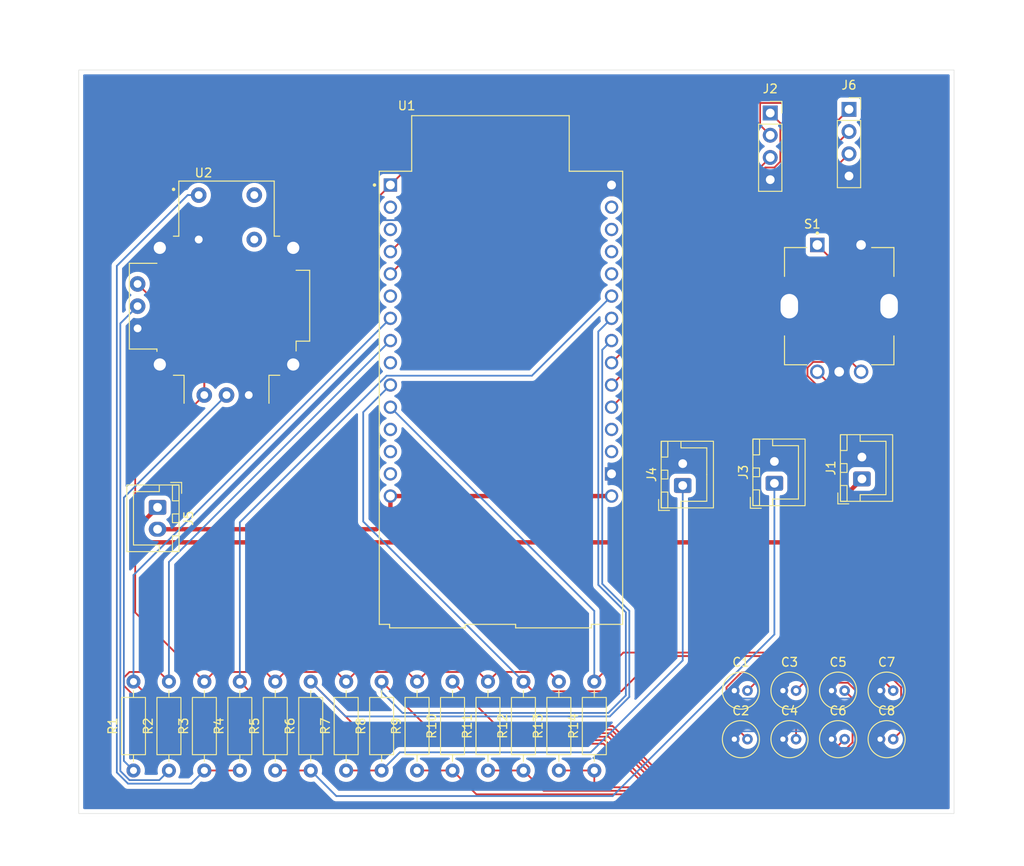
<source format=kicad_pcb>
(kicad_pcb (version 20241229) (generator "pcbnew") (generator_version "9.0")
  (layers (0 "F.Cu" signal) (2 "B.Cu" signal) (13 "F.Paste" user) (15 "B.Paste" user) (5 "F.SilkS" user "F.Silkscreen") (7 "B.SilkS" user "B.Silkscreen") (1 "F.Mask" user) (3 "B.Mask" user) (25 "Edge.Cuts" user))
  (net 0 "")
  (net 2 "/Alim_ESP")
  (net 3 "+3V3")
  (net 4 "/bouton4")
  (net 5 "/rot_A")
  (net 8 "GND")
  (net 19 "/pot_x")
  (net 20 "/pot_y")
  (net 21 "/bouton3")
  (net 22 "/B+")
  (net 23 "/CLK_ECRAN")
  (net 24 "/DIO_ECRAN")
  (net 25 "/bouton1")
  (net 26 "/bouton2")
  (net 27 "/B")
  (net 28 "/G")
  (net 29 "/R")
  (net 30 "Net-(J3-Pin_1)")
  (net 31 "Net-(J4-Pin_1)")
  (net 32 "Net-(U2-H)")
  (net 33 "Net-(U2-V)")
  (net 34 "Net-(U2-SEL+)")
  (net 35 "/rot_B")
  (net 36 "Net-(R10-Pad1)")
  (net 37 "Net-(R11-Pad1)")
  (net 38 "Net-(R13-Pad1)")
  (footprint "ESP32-C6-DEVKITC-1-N8:MODULE_ESP32-C6-DEVKITC-1-N8" (layer "F.Cu") (at 145.5355 100.975)
    (property "Reference" "U1" (at -9.575 -33.385 0) (layer "F.SilkS"))
    (property "Value" "ESP32-C6-DEVKITC-1-N8")
    (pad "J1_1" thru_hole rect (at -11.43 -24.325) (size 1.524 1.524) (drill 1.016) (layers "*.Cu" "*.Mask") (net 3 "+3V3"))
    (pad "J1_2" thru_hole circle (at -11.43 -21.785) (size 1.524 1.524) (drill 1.016) (layers "*.Cu" "*.Mask"))
    (pad "J1_3" thru_hole circle (at -11.43 -19.245) (size 1.524 1.524) (drill 1.016) (layers "*.Cu" "*.Mask"))
    (pad "J1_4" thru_hole circle (at -11.43 -16.705) (size 1.524 1.524) (drill 1.016) (layers "*.Cu" "*.Mask") (net 23 "/CLK_ECRAN"))
    (pad "J1_5" thru_hole circle (at -11.43 -14.165) (size 1.524 1.524) (drill 1.016) (layers "*.Cu" "*.Mask") (net 24 "/DIO_ECRAN"))
    (pad "J1_6" thru_hole circle (at -11.43 -11.625) (size 1.524 1.524) (drill 1.016) (layers "*.Cu" "*.Mask"))
    (pad "J1_7" thru_hole circle (at -11.43 -9.085) (size 1.524 1.524) (drill 1.016) (layers "*.Cu" "*.Mask") (net 20 "/pot_y"))
    (pad "J1_8" thru_hole circle (at -11.43 -6.545) (size 1.524 1.524) (drill 1.016) (layers "*.Cu" "*.Mask") (net 19 "/pot_x"))
    (pad "J1_9" thru_hole circle (at -11.43 -4.005) (size 1.524 1.524) (drill 1.016) (layers "*.Cu" "*.Mask"))
    (pad "J1_10" thru_hole circle (at -11.43 -1.465) (size 1.524 1.524) (drill 1.016) (layers "*.Cu" "*.Mask") (net 5 "/rot_A"))
    (pad "J1_11" thru_hole circle (at -11.43 1.075) (size 1.524 1.524) (drill 1.016) (layers "*.Cu" "*.Mask") (net 35 "/rot_B"))
    (pad "J1_12" thru_hole circle (at -11.43 3.615) (size 1.524 1.524) (drill 1.016) (layers "*.Cu" "*.Mask"))
    (pad "J1_13" thru_hole circle (at -11.43 6.155) (size 1.524 1.524) (drill 1.016) (layers "*.Cu" "*.Mask"))
    (pad "J1_14" thru_hole circle (at -11.43 8.695) (size 1.524 1.524) (drill 1.016) (layers "*.Cu" "*.Mask"))
    (pad "J1_15" thru_hole circle (at -11.43 11.235) (size 1.524 1.524) (drill 1.016) (layers "*.Cu" "*.Mask") (net 2 "/Alim_ESP"))
    (pad "J3_1" thru_hole rect (at 13.834 -24.325) (size 1.524 1.524) (drill 1.016) (layers "*.Cu" "*.Mask") (net 8 "GND"))
    (pad "J3_2" thru_hole circle (at 13.834 -21.785) (size 1.524 1.524) (drill 1.016) (layers "*.Cu" "*.Mask"))
    (pad "J3_3" thru_hole circle (at 13.834 -19.245) (size 1.524 1.524) (drill 1.016) (layers "*.Cu" "*.Mask"))
    (pad "J3_4" thru_hole circle (at 13.834 -16.705) (size 1.524 1.524) (drill 1.016) (layers "*.Cu" "*.Mask"))
    (pad "J3_5" thru_hole circle (at 13.834 -14.165) (size 1.524 1.524) (drill 1.016) (layers "*.Cu" "*.Mask"))
    (pad "J3_6" thru_hole circle (at 13.834 -11.625) (size 1.524 1.524) (drill 1.016) (layers "*.Cu" "*.Mask") (net 21 "/bouton3"))
    (pad "J3_7" thru_hole circle (at 13.834 -9.085) (size 1.524 1.524) (drill 1.016) (layers "*.Cu" "*.Mask") (net 26 "/bouton2"))
    (pad "J3_8" thru_hole circle (at 13.834 -6.545) (size 1.524 1.524) (drill 1.016) (layers "*.Cu" "*.Mask") (net 25 "/bouton1"))
    (pad "J3_9" thru_hole circle (at 13.834 -4.005) (size 1.524 1.524) (drill 1.016) (layers "*.Cu" "*.Mask") (net 29 "/R"))
    (pad "J3_10" thru_hole circle (at 13.834 -1.465) (size 1.524 1.524) (drill 1.016) (layers "*.Cu" "*.Mask") (net 28 "/G"))
    (pad "J3_11" thru_hole circle (at 13.834 1.075) (size 1.524 1.524) (drill 1.016) (layers "*.Cu" "*.Mask") (net 27 "/B"))
    (pad "J3_12" thru_hole circle (at 13.834 3.615) (size 1.524 1.524) (drill 1.016) (layers "*.Cu" "*.Mask"))
    (pad "J3_13" thru_hole circle (at 13.834 6.155) (size 1.524 1.524) (drill 1.016) (layers "*.Cu" "*.Mask"))
    (pad "J3_14" thru_hole rect (at 13.834 8.695) (size 1.524 1.524) (drill 1.016) (layers "*.Cu" "*.Mask") (net 8 "GND"))
    (pad "J3_15" thru_hole circle (at 13.834 11.235) (size 1.524 1.524) (drill 1.016) (layers "*.Cu" "*.Mask") (net 2 "/Alim_ESP"))
  )
  (footprint "Resistor_THT:R_Axial_DIN0207_L6.3mm_D2.5mm_P10.16mm_Horizontal" (layer "F.Cu") (at 153.35 143.58 90)
    (property "Reference" "R13" (at 5.08 -2.37 90) (layer "F.SilkS"))
    (property "Value" "10 kΩ")
    (pad "1" thru_hole circle (at 0 0 90) (size 1.6 1.6) (drill 0.8) (layers "*.Cu" "*.Mask") (net 38 "Net-(R13-Pad1)"))
    (pad "2" thru_hole circle (at 10.16 0 90) (size 1.6 1.6) (drill 0.8) (layers "*.Cu" "*.Mask") (net 3 "+3V3"))
  )
  (footprint "COM-09032:XDCR_COM-09032" (layer "F.Cu") (at 115.38 90.5)
    (property "Reference" "U2" (at -2.625 -15.235 0) (layer "F.SilkS"))
    (property "Value" "COM-09032")
    (pad "B1A" thru_hole circle (at -3.175 -12.7) (size 1.778 1.778) (drill 0.9) (layers "*.Cu" "*.Mask") (net 34 "Net-(U2-SEL+)"))
    (pad "B1B" thru_hole circle (at 3.175 -12.7) (size 1.778 1.778) (drill 0.9) (layers "*.Cu" "*.Mask"))
    (pad "B2A" thru_hole circle (at -3.175 -7.62) (size 1.778 1.778) (drill 0.9) (layers "*.Cu" "*.Mask") (net 8 "GND"))
    (pad "B2B" thru_hole circle (at 3.175 -7.62) (size 1.778 1.778) (drill 0.9) (layers "*.Cu" "*.Mask"))
    (pad "H1" thru_hole circle (at -2.54 10.16) (size 1.778 1.778) (drill 0.889) (layers "*.Cu" "*.Mask") (net 3 "+3V3"))
    (pad "H2" thru_hole circle (at 0 10.16) (size 1.778 1.778) (drill 0.889) (layers "*.Cu" "*.Mask") (net 32 "Net-(U2-H)"))
    (pad "H3" thru_hole circle (at 2.54 10.16) (size 1.778 1.778) (drill 0.889) (layers "*.Cu" "*.Mask") (net 8 "GND"))
    (pad "S1" thru_hole circle (at -7.62 -6.6675) (size 2.286 2.286) (drill 1.397) (layers "*.Cu" "*.Mask") (net 8 "GND"))
    (pad "S2" thru_hole circle (at -7.62 6.6675) (size 2.286 2.286) (drill 1.397) (layers "*.Cu" "*.Mask") (net 8 "GND"))
    (pad "S3" thru_hole circle (at 7.62 6.6675) (size 2.286 2.286) (drill 1.397) (layers "*.Cu" "*.Mask") (net 8 "GND"))
    (pad "S4" thru_hole circle (at 7.62 -6.6675) (size 2.286 2.286) (drill 1.397) (layers "*.Cu" "*.Mask") (net 8 "GND"))
    (pad "V1" thru_hole circle (at -10.16 -2.54) (size 1.778 1.778) (drill 0.889) (layers "*.Cu" "*.Mask") (net 3 "+3V3"))
    (pad "V2" thru_hole circle (at -10.16 0) (size 1.778 1.778) (drill 0.889) (layers "*.Cu" "*.Mask") (net 33 "Net-(U2-V)"))
    (pad "V3" thru_hole circle (at -10.16 2.54) (size 1.778 1.778) (drill 0.889) (layers "*.Cu" "*.Mask") (net 8 "GND"))
  )
  (footprint "Resistor_THT:R_Axial_DIN0207_L6.3mm_D2.5mm_P10.16mm_Horizontal" (layer "F.Cu") (at 129.05 143.58 90)
    (property "Reference" "R7" (at 5.08 -2.37 90) (layer "F.SilkS"))
    (property "Value" "10 kΩ")
    (pad "1" thru_hole circle (at 0 0 90) (size 1.6 1.6) (drill 0.8) (layers "*.Cu" "*.Mask") (net 31 "Net-(J4-Pin_1)"))
    (pad "2" thru_hole circle (at 10.16 0 90) (size 1.6 1.6) (drill 0.8) (layers "*.Cu" "*.Mask") (net 3 "+3V3"))
  )
  (footprint "Capacitor_THT:C_Radial_D4.0mm_H7.0mm_P1.50mm" (layer "F.Cu") (at 184.5 134.45)
    (property "Reference" "C5" (at 0.75 -3.25 0) (layer "F.SilkS"))
    (property "Value" "100 nf")
    (pad "1" thru_hole circle (at 0 0) (size 1.2 1.2) (drill 0.6) (layers "*.Cu" "*.Mask") (net 8 "GND"))
    (pad "2" thru_hole circle (at 1.5 0) (size 1.2 1.2) (drill 0.6) (layers "*.Cu" "*.Mask") (net 26 "/bouton2"))
  )
  (footprint "Resistor_THT:R_Axial_DIN0207_L6.3mm_D2.5mm_P10.16mm_Horizontal" (layer "F.Cu") (at 149.3 143.58 90)
    (property "Reference" "R12" (at 5.08 -2.37 90) (layer "F.SilkS"))
    (property "Value" "10 kΩ")
    (pad "1" thru_hole circle (at 0 0 90) (size 1.6 1.6) (drill 0.8) (layers "*.Cu" "*.Mask") (net 37 "Net-(R11-Pad1)"))
    (pad "2" thru_hole circle (at 10.16 0 90) (size 1.6 1.6) (drill 0.8) (layers "*.Cu" "*.Mask") (net 5 "/rot_A"))
  )
  (footprint "Resistor_THT:R_Axial_DIN0207_L6.3mm_D2.5mm_P10.16mm_Horizontal" (layer "F.Cu") (at 145.25 143.58 90)
    (property "Reference" "R11" (at 5.08 -2.37 90) (layer "F.SilkS"))
    (property "Value" "10 kΩ")
    (pad "1" thru_hole circle (at 0 0 90) (size 1.6 1.6) (drill 0.8) (layers "*.Cu" "*.Mask") (net 37 "Net-(R11-Pad1)"))
    (pad "2" thru_hole circle (at 10.16 0 90) (size 1.6 1.6) (drill 0.8) (layers "*.Cu" "*.Mask") (net 3 "+3V3"))
  )
  (footprint "Capacitor_THT:C_Radial_D4.0mm_H7.0mm_P1.50mm" (layer "F.Cu") (at 184.5 140)
    (property "Reference" "C6" (at 0.75 -3.25 0) (layer "F.SilkS"))
    (property "Value" "100 nf")
    (pad "1" thru_hole circle (at 0 0) (size 1.2 1.2) (drill 0.6) (layers "*.Cu" "*.Mask") (net 8 "GND"))
    (pad "2" thru_hole circle (at 1.5 0) (size 1.2 1.2) (drill 0.6) (layers "*.Cu" "*.Mask") (net 4 "/bouton4"))
  )
  (footprint "Connector_JST:JST_XH_B2B-XH-A_1x02_P2.50mm_Vertical" (layer "F.Cu") (at 107.5 113.5 -90)
    (property "Reference" "J5" (at 1.25 -3.55 90) (layer "F.SilkS"))
    (property "Value" "interrupteur")
    (pad "1" thru_hole roundrect (at 0 0 270) (size 1.7 2) (drill 1) (layers "*.Cu" "*.Mask") (roundrect_rratio 0.147059) (net 22 "/B+"))
    (pad "2" thru_hole oval (at 2.5 0 270) (size 1.7 2) (drill 1) (layers "*.Cu" "*.Mask") (net 2 "/Alim_ESP"))
  )
  (footprint "Capacitor_THT:C_Radial_D4.0mm_H7.0mm_P1.50mm" (layer "F.Cu") (at 173.4 140)
    (property "Reference" "C2" (at 0.75 -3.25 0) (layer "F.SilkS"))
    (property "Value" "100 nf")
    (pad "1" thru_hole circle (at 0 0) (size 1.2 1.2) (drill 0.6) (layers "*.Cu" "*.Mask") (net 8 "GND"))
    (pad "2" thru_hole circle (at 1.5 0) (size 1.2 1.2) (drill 0.6) (layers "*.Cu" "*.Mask") (net 19 "/pot_x"))
  )
  (footprint "Capacitor_THT:C_Radial_D4.0mm_H7.0mm_P1.50mm" (layer "F.Cu") (at 178.95 134.45)
    (property "Reference" "C3" (at 0.75 -3.25 0) (layer "F.SilkS"))
    (property "Value" "100 nf")
    (pad "1" thru_hole circle (at 0 0) (size 1.2 1.2) (drill 0.6) (layers "*.Cu" "*.Mask") (net 8 "GND"))
    (pad "2" thru_hole circle (at 1.5 0) (size 1.2 1.2) (drill 0.6) (layers "*.Cu" "*.Mask") (net 21 "/bouton3"))
  )
  (footprint "Resistor_THT:R_Axial_DIN0207_L6.3mm_D2.5mm_P10.16mm_Horizontal" (layer "F.Cu") (at 104.75 143.58 90)
    (property "Reference" "R1" (at 5.08 -2.37 90) (layer "F.SilkS"))
    (property "Value" "4.7 kΩ")
    (pad "1" thru_hole circle (at 0 0 90) (size 1.6 1.6) (drill 0.8) (layers "*.Cu" "*.Mask") (net 32 "Net-(U2-H)"))
    (pad "2" thru_hole circle (at 10.16 0 90) (size 1.6 1.6) (drill 0.8) (layers "*.Cu" "*.Mask") (net 20 "/pot_y"))
  )
  (footprint "Connector_JST:JST_XH_B2B-XH-A_1x02_P2.50mm_Vertical" (layer "F.Cu") (at 177.975 110.75 90)
    (property "Reference" "J3" (at 1.25 -3.55 90) (layer "F.SilkS"))
    (property "Value" "bouton1")
    (pad "1" thru_hole roundrect (at 0 0 90) (size 1.7 2) (drill 1) (layers "*.Cu" "*.Mask") (roundrect_rratio 0.147059) (net 30 "Net-(J3-Pin_1)"))
    (pad "2" thru_hole oval (at 2.5 0 90) (size 1.7 2) (drill 1) (layers "*.Cu" "*.Mask") (net 8 "GND"))
  )
  (footprint "Resistor_THT:R_Axial_DIN0207_L6.3mm_D2.5mm_P10.16mm_Horizontal" (layer "F.Cu") (at 112.85 143.58 90)
    (property "Reference" "R3" (at 5.08 -2.37 90) (layer "F.SilkS"))
    (property "Value" "10 kΩ")
    (pad "1" thru_hole circle (at 0 0 90) (size 1.6 1.6) (drill 0.8) (layers "*.Cu" "*.Mask") (net 34 "Net-(U2-SEL+)"))
    (pad "2" thru_hole circle (at 10.16 0 90) (size 1.6 1.6) (drill 0.8) (layers "*.Cu" "*.Mask") (net 3 "+3V3"))
  )
  (footprint "Resistor_THT:R_Axial_DIN0207_L6.3mm_D2.5mm_P10.16mm_Horizontal" (layer "F.Cu") (at 125 143.58 90)
    (property "Reference" "R6" (at 5.08 -2.37 90) (layer "F.SilkS"))
    (property "Value" "10 kΩ")
    (pad "1" thru_hole circle (at 0 0 90) (size 1.6 1.6) (drill 0.8) (layers "*.Cu" "*.Mask") (net 30 "Net-(J3-Pin_1)"))
    (pad "2" thru_hole circle (at 10.16 0 90) (size 1.6 1.6) (drill 0.8) (layers "*.Cu" "*.Mask") (net 25 "/bouton1"))
  )
  (footprint "Resistor_THT:R_Axial_DIN0207_L6.3mm_D2.5mm_P10.16mm_Horizontal" (layer "F.Cu") (at 141.2 143.58 90)
    (property "Reference" "R10" (at 5.08 -2.37 90) (layer "F.SilkS"))
    (property "Value" "10 kΩ")
    (pad "1" thru_hole circle (at 0 0 90) (size 1.6 1.6) (drill 0.8) (layers "*.Cu" "*.Mask") (net 36 "Net-(R10-Pad1)"))
    (pad "2" thru_hole circle (at 10.16 0 90) (size 1.6 1.6) (drill 0.8) (layers "*.Cu" "*.Mask") (net 4 "/bouton4"))
  )
  (footprint "Resistor_THT:R_Axial_DIN0207_L6.3mm_D2.5mm_P10.16mm_Horizontal" (layer "F.Cu") (at 108.8 143.58 90)
    (property "Reference" "R2" (at 5.08 -2.37 90) (layer "F.SilkS"))
    (property "Value" "4.7 kΩ")
    (pad "1" thru_hole circle (at 0 0 90) (size 1.6 1.6) (drill 0.8) (layers "*.Cu" "*.Mask") (net 33 "Net-(U2-V)"))
    (pad "2" thru_hole circle (at 10.16 0 90) (size 1.6 1.6) (drill 0.8) (layers "*.Cu" "*.Mask") (net 19 "/pot_x"))
  )
  (footprint "Resistor_THT:R_Axial_DIN0207_L6.3mm_D2.5mm_P10.16mm_Horizontal" (layer "F.Cu") (at 120.95 143.58 90)
    (property "Reference" "R5" (at 5.08 -2.37 90) (layer "F.SilkS"))
    (property "Value" "10 kΩ")
    (pad "1" thru_hole circle (at 0 0 90) (size 1.6 1.6) (drill 0.8) (layers "*.Cu" "*.Mask") (net 30 "Net-(J3-Pin_1)"))
    (pad "2" thru_hole circle (at 10.16 0 90) (size 1.6 1.6) (drill 0.8) (layers "*.Cu" "*.Mask") (net 3 "+3V3"))
  )
  (footprint "Capacitor_THT:C_Radial_D4.0mm_H7.0mm_P1.50mm" (layer "F.Cu") (at 190.05 140)
    (property "Reference" "C8" (at 0.75 -3.25 0) (layer "F.SilkS"))
    (property "Value" "100 nf")
    (pad "1" thru_hole circle (at 0 0) (size 1.2 1.2) (drill 0.6) (layers "*.Cu" "*.Mask") (net 8 "GND"))
    (pad "2" thru_hole circle (at 1.5 0) (size 1.2 1.2) (drill 0.6) (layers "*.Cu" "*.Mask") (net 35 "/rot_B"))
  )
  (footprint "Capacitor_THT:C_Radial_D4.0mm_H7.0mm_P1.50mm" (layer "F.Cu") (at 173.4 134.45)
    (property "Reference" "C1" (at 0.75 -3.25 0) (layer "F.SilkS"))
    (property "Value" "100 nf")
    (pad "1" thru_hole circle (at 0 0) (size 1.2 1.2) (drill 0.6) (layers "*.Cu" "*.Mask") (net 8 "GND"))
    (pad "2" thru_hole circle (at 1.5 0) (size 1.2 1.2) (drill 0.6) (layers "*.Cu" "*.Mask") (net 20 "/pot_y"))
  )
  (footprint "Capacitor_THT:C_Radial_D4.0mm_H7.0mm_P1.50mm" (layer "F.Cu") (at 190.05 134.45)
    (property "Reference" "C7" (at 0.75 -3.25 0) (layer "F.SilkS"))
    (property "Value" "100 nf")
    (pad "1" thru_hole circle (at 0 0) (size 1.2 1.2) (drill 0.6) (layers "*.Cu" "*.Mask") (net 8 "GND"))
    (pad "2" thru_hole circle (at 1.5 0) (size 1.2 1.2) (drill 0.6) (layers "*.Cu" "*.Mask") (net 5 "/rot_A"))
  )
  (footprint "Resistor_THT:R_Axial_DIN0207_L6.3mm_D2.5mm_P10.16mm_Horizontal" (layer "F.Cu") (at 133.1 143.58 90)
    (property "Reference" "R8" (at 5.08 -2.37 90) (layer "F.SilkS"))
    (property "Value" "10 kΩ")
    (pad "1" thru_hole circle (at 0 0 90) (size 1.6 1.6) (drill 0.8) (layers "*.Cu" "*.Mask") (net 31 "Net-(J4-Pin_1)"))
    (pad "2" thru_hole circle (at 10.16 0 90) (size 1.6 1.6) (drill 0.8) (layers "*.Cu" "*.Mask") (net 26 "/bouton2"))
  )
  (footprint "PEC11R-4020F-S0024:XDCR_PEC11R-4020F-S0024" (layer "F.Cu") (at 185.38 90.5)
    (property "Reference" "S1" (at -3.075 -9.385 0) (layer "F.SilkS"))
    (property "Value" "PEC11R-4020F-S0024")
    (pad "1" thru_hole rect (at -2.5 -7) (size 1.65 1.65) (drill 1.1) (layers "*.Cu" "*.Mask") (net 36 "Net-(R10-Pad1)"))
    (pad "2" thru_hole circle (at 2.5 -7) (size 1.65 1.65) (drill 1.1) (layers "*.Cu" "*.Mask") (net 8 "GND"))
    (pad "A" thru_hole circle (at -2.5 7.5) (size 1.65 1.65) (drill 1.1) (layers "*.Cu" "*.Mask") (net 37 "Net-(R11-Pad1)"))
    (pad "B" thru_hole circle (at 2.5 7.5) (size 1.65 1.65) (drill 1.1) (layers "*.Cu" "*.Mask") (net 38 "Net-(R13-Pad1)"))
    (pad "C" thru_hole circle (at 0 7.5) (size 1.65 1.65) (drill 1.1) (layers "*.Cu" "*.Mask") (net 8 "GND"))
    (pad "SH1" thru_hole oval (at -5.7 0) (size 3 6) (drill oval 2 2.8) (layers "*.Cu" "*.Mask") (net 8 "GND"))
    (pad "SH2" thru_hole oval (at 5.7 0) (size 3 6) (drill oval 2 2.8) (layers "*.Cu" "*.Mask") (net 8 "GND"))
  )
  (footprint "Connector_JST:JST_XH_B2B-XH-A_1x02_P2.50mm_Vertical" (layer "F.Cu") (at 187.975 110.25 90)
    (property "Reference" "J1" (at 1.25 -3.55 90) (layer "F.SilkS"))
    (property "Value" "batterie")
    (pad "1" thru_hole roundrect (at 0 0 90) (size 1.7 2) (drill 1) (layers "*.Cu" "*.Mask") (roundrect_rratio 0.147059) (net 22 "/B+"))
    (pad "2" thru_hole oval (at 2.5 0 90) (size 1.7 2) (drill 1) (layers "*.Cu" "*.Mask") (net 8 "GND"))
  )
  (footprint "Resistor_THT:R_Axial_DIN0207_L6.3mm_D2.5mm_P10.16mm_Horizontal" (layer "F.Cu") (at 137.15 143.58 90)
    (property "Reference" "R9" (at 5.08 -2.37 90) (layer "F.SilkS"))
    (property "Value" "10 kΩ")
    (pad "1" thru_hole circle (at 0 0 90) (size 1.6 1.6) (drill 0.8) (layers "*.Cu" "*.Mask") (net 36 "Net-(R10-Pad1)"))
    (pad "2" thru_hole circle (at 10.16 0 90) (size 1.6 1.6) (drill 0.8) (layers "*.Cu" "*.Mask") (net 3 "+3V3"))
  )
  (footprint "Resistor_THT:R_Axial_DIN0207_L6.3mm_D2.5mm_P10.16mm_Horizontal" (layer "F.Cu") (at 116.9 143.58 90)
    (property "Reference" "R4" (at 5.08 -2.37 90) (layer "F.SilkS"))
    (property "Value" "10 kΩ")
    (pad "1" thru_hole circle (at 0 0 90) (size 1.6 1.6) (drill 0.8) (layers "*.Cu" "*.Mask") (net 34 "Net-(U2-SEL+)"))
    (pad "2" thru_hole circle (at 10.16 0 90) (size 1.6 1.6) (drill 0.8) (layers "*.Cu" "*.Mask") (net 21 "/bouton3"))
  )
  (footprint "Connector_PinSocket_2.54mm:PinSocket_1x04_P2.54mm_Vertical" (layer "F.Cu") (at 186.5 68)
    (property "Reference" "J6" (at 0 -2.77 0) (layer "F.SilkS"))
    (property "Value" "RGB")
    (pad "1" thru_hole rect (at 0 0) (size 1.7 1.7) (drill 1) (layers "*.Cu" "*.Mask") (net 29 "/R"))
    (pad "2" thru_hole circle (at 0 2.54) (size 1.7 1.7) (drill 1) (layers "*.Cu" "*.Mask") (net 28 "/G"))
    (pad "3" thru_hole circle (at 0 5.08) (size 1.7 1.7) (drill 1) (layers "*.Cu" "*.Mask") (net 27 "/B"))
    (pad "4" thru_hole circle (at 0 7.62) (size 1.7 1.7) (drill 1) (layers "*.Cu" "*.Mask") (net 8 "GND"))
  )
  (footprint "Capacitor_THT:C_Radial_D4.0mm_H7.0mm_P1.50mm" (layer "F.Cu") (at 178.95 140)
    (property "Reference" "C4" (at 0.75 -3.25 0) (layer "F.SilkS"))
    (property "Value" "100 nf")
    (pad "1" thru_hole circle (at 0 0) (size 1.2 1.2) (drill 0.6) (layers "*.Cu" "*.Mask") (net 8 "GND"))
    (pad "2" thru_hole circle (at 1.5 0) (size 1.2 1.2) (drill 0.6) (layers "*.Cu" "*.Mask") (net 25 "/bouton1"))
  )
  (footprint "Connector_JST:JST_XH_B2B-XH-A_1x02_P2.50mm_Vertical" (layer "F.Cu") (at 167.5 111 90)
    (property "Reference" "J4" (at 1.25 -3.55 90) (layer "F.SilkS"))
    (property "Value" "bouton2")
    (pad "1" thru_hole roundrect (at 0 0 90) (size 1.7 2) (drill 1) (layers "*.Cu" "*.Mask") (roundrect_rratio 0.147059) (net 31 "Net-(J4-Pin_1)"))
    (pad "2" thru_hole oval (at 2.5 0 90) (size 1.7 2) (drill 1) (layers "*.Cu" "*.Mask") (net 8 "GND"))
  )
  (footprint "Resistor_THT:R_Axial_DIN0207_L6.3mm_D2.5mm_P10.16mm_Horizontal" (layer "F.Cu") (at 157.4 143.58 90)
    (property "Reference" "R14" (at 5.08 -2.37 90) (layer "F.SilkS"))
    (property "Value" "10 kΩ")
    (pad "1" thru_hole circle (at 0 0 90) (size 1.6 1.6) (drill 0.8) (layers "*.Cu" "*.Mask") (net 38 "Net-(R13-Pad1)"))
    (pad "2" thru_hole circle (at 10.16 0 90) (size 1.6 1.6) (drill 0.8) (layers "*.Cu" "*.Mask") (net 35 "/rot_B"))
  )
  (footprint "Connector_PinSocket_2.54mm:PinSocket_1x04_P2.54mm_Vertical" (layer "F.Cu") (at 177.5 68.42)
    (property "Reference" "J2" (at 0 -2.77 0) (layer "F.SilkS"))
    (property "Value" "Ecran 7 segments")
    (pad "1" thru_hole rect (at 0 0) (size 1.7 1.7) (drill 1) (layers "*.Cu" "*.Mask") (net 23 "/CLK_ECRAN"))
    (pad "2" thru_hole circle (at 0 2.54) (size 1.7 1.7) (drill 1) (layers "*.Cu" "*.Mask") (net 24 "/DIO_ECRAN"))
    (pad "3" thru_hole circle (at 0 5.08) (size 1.7 1.7) (drill 1) (layers "*.Cu" "*.Mask") (net 3 "+3V3"))
    (pad "4" thru_hole circle (at 0 7.62) (size 1.7 1.7) (drill 1) (layers "*.Cu" "*.Mask") (net 8 "GND"))
  )
  (gr_rect (start 98.5 63.5) (end 198.5 148.5) (stroke (width 0.05)) (fill no) (layer "Edge.Cuts"))
  (segment (start 107.5 116) (end 132.5 116) (width 0.5) (layer "F.Cu") (net 2))
  (segment (start 134.1055 114.3945) (end 134.1055 112.21) (width 0.5) (layer "F.Cu") (net 2))
  (segment (start 134.1055 112.21) (end 159.3695 112.21) (width 0.5) (layer "F.Cu") (net 2))
  (segment (start 132.5 116) (end 134.1055 114.3945) (width 0.5) (layer "F.Cu") (net 2))
  (segment (start 129.05 133.42) (end 130.151 132.319) (width 0.2) (layer "F.Cu") (net 3))
  (segment (start 146.351 132.319) (end 152.249 132.319) (width 0.2) (layer "F.Cu") (net 3))
  (segment (start 144.149 132.319) (end 145.25 133.42) (width 0.2) (layer "F.Cu") (net 3))
  (segment (start 120.95 133.42) (end 122.051 132.319) (width 0.2) (layer "F.Cu") (net 3))
  (segment (start 113.951 132.319) (end 119.849 132.319) (width 0.2) (layer "F.Cu") (net 3))
  (segment (start 127.949 132.319) (end 129.05 133.42) (width 0.2) (layer "F.Cu") (net 3))
  (segment (start 138.251 132.319) (end 144.149 132.319) (width 0.2) (layer "F.Cu") (net 3))
  (segment (start 112.85 133.42) (end 113.951 132.319) (width 0.2) (layer "F.Cu") (net 3))
  (segment (start 112.84 100.66) (end 104.949 108.551) (width 0.2) (layer "F.Cu") (net 3))
  (segment (start 176.111 74.889) (end 177.5 73.5) (width 0.2) (layer "F.Cu") (net 3))
  (segment (start 122.051 132.319) (end 127.949 132.319) (width 0.2) (layer "F.Cu") (net 3))
  (segment (start 135.8665 74.889) (end 176.111 74.889) (width 0.2) (layer "F.Cu") (net 3))
  (segment (start 104.949 108.551) (end 104.949 125.519) (width 0.2) (layer "F.Cu") (net 3))
  (segment (start 134.1055 76.65) (end 135.8665 74.889) (width 0.2) (layer "F.Cu") (net 3))
  (segment (start 112.84 100.66) (end 112.84 97.9155) (width 0.2) (layer "F.Cu") (net 3))
  (segment (start 145.25 133.42) (end 146.351 132.319) (width 0.2) (layer "F.Cu") (net 3))
  (segment (start 119.849 132.319) (end 120.95 133.42) (width 0.2) (layer "F.Cu") (net 3))
  (segment (start 112.84 95.58) (end 112.84 100.66) (width 0.2) (layer "F.Cu") (net 3))
  (segment (start 137.15 133.42) (end 138.251 132.319) (width 0.2) (layer "F.Cu") (net 3))
  (segment (start 112.84 97.9155) (end 134.1055 76.65) (width 0.2) (layer "F.Cu") (net 3))
  (segment (start 105.22 87.96) (end 112.84 95.58) (width 0.2) (layer "F.Cu") (net 3))
  (segment (start 130.151 132.319) (end 136.049 132.319) (width 0.2) (layer "F.Cu") (net 3))
  (segment (start 136.049 132.319) (end 137.15 133.42) (width 0.2) (layer "F.Cu") (net 3))
  (segment (start 152.249 132.319) (end 153.35 133.42) (width 0.2) (layer "F.Cu") (net 3))
  (segment (start 104.949 125.519) (end 112.85 133.42) (width 0.2) (layer "F.Cu") (net 3))
  (segment (start 183 143) (end 186 140) (width 0.2) (layer "F.Cu") (net 4))
  (segment (start 164 143) (end 183 143) (width 0.2) (layer "F.Cu") (net 4))
  (segment (start 141.2 133.42) (end 146.28 138.5) (width 0.2) (layer "F.Cu") (net 4))
  (segment (start 159.5 138.5) (end 164 143) (width 0.2) (layer "F.Cu") (net 4))
  (segment (start 146.28 138.5) (end 159.5 138.5) (width 0.2) (layer "F.Cu") (net 4))
  (segment (start 160.479 134.521) (end 150.401 134.521) (width 0.2) (layer "F.Cu") (net 5))
  (segment (start 164.5 130.5) (end 160.479 134.521) (width 0.2) (layer "F.Cu") (net 5))
  (segment (start 191.55 134.45) (end 187.6 130.5) (width 0.2) (layer "F.Cu") (net 5))
  (segment (start 150.401 134.521) (end 149.3 133.42) (width 0.2) (layer "F.Cu") (net 5))
  (segment (start 187.6 130.5) (end 164.5 130.5) (width 0.2) (layer "F.Cu") (net 5))
  (segment (start 131 102.6155) (end 134.1055 99.51) (width 0.2) (layer "B.Cu") (net 5))
  (segment (start 131 115.12) (end 131 102.6155) (width 0.2) (layer "B.Cu") (net 5))
  (segment (start 149.3 133.42) (end 131 115.12) (width 0.2) (layer "B.Cu") (net 5))
  (segment (start 185.38 98) (end 185.38 105.155) (width 0.2) (layer "B.Cu") (net 8))
  (segment (start 159.3695 76.65) (end 155.3525 80.667) (width 0.2) (layer "B.Cu") (net 8))
  (segment (start 160.5395 108.5) (end 159.3695 109.67) (width 0.2) (layer "B.Cu") (net 8))
  (segment (start 177.975 108.25) (end 177.25 108.25) (width 0.2) (layer "B.Cu") (net 8))
  (segment (start 174.301 139.099) (end 178.049 139.099) (width 0.2) (layer "B.Cu") (net 8))
  (segment (start 178.95 134.45) (end 178.049 135.351) (width 0.2) (layer "B.Cu") (net 8))
  (segment (start 173.4 134.45) (end 173.4 140) (width 0.2) (layer "B.Cu") (net 8))
  (segment (start 190.05 134.45) (end 189.149 135.351) (width 0.2) (layer "B.Cu") (net 8))
  (segment (start 187.975 107.75) (end 178.475 107.75) (width 0.2) (layer "B.Cu") (net 8))
  (segment (start 177.5 76.04) (end 159.9795 76.04) (width 0.2) (layer "B.Cu") (net 8))
  (segment (start 119.5075 100.66) (end 123 97.1675) (width 0.2) (layer "B.Cu") (net 8))
  (segment (start 179.55 133.85) (end 178.95 134.45) (width 0.2) (layer "B.Cu") (net 8))
  (segment (start 191.08 86.7) (end 187.88 83.5) (width 0.2) (layer "B.Cu") (net 8))
  (segment (start 159.9795 76.04) (end 159.3695 76.65) (width 0.2) (layer "B.Cu") (net 8))
  (segment (start 105.22 93.04) (end 105.22 94.6275) (width 0.2) (layer "B.Cu") (net 8))
  (segment (start 186.08 76.04) (end 186.5 75.62) (width 0.2) (layer "B.Cu") (net 8))
  (segment (start 178.475 107.75) (end 177.975 108.25) (width 0.2) (layer "B.Cu") (net 8))
  (segment (start 177.5 76.04) (end 186.08 76.04) (width 0.2) (layer "B.Cu") (net 8))
  (segment (start 190.05 140) (end 190.05 134.45) (width 0.2) (layer "B.Cu") (net 8))
  (segment (start 179.55 109.825) (end 179.55 133.85) (width 0.2) (layer "B.Cu") (net 8))
  (segment (start 185.5 141) (end 189.05 141) (width 0.2) (layer "B.Cu") (net 8))
  (segment (start 189.149 135.351) (end 185.401 135.351) (width 0.2) (layer "B.Cu") (net 8))
  (segment (start 187.88 83.5) (end 187.88 77) (width 0.2) (layer "B.Cu") (net 8))
  (segment (start 123 83.8325) (end 121.857 84.9755) (width 0.2) (layer "B.Cu") (net 8))
  (segment (start 177.25 108.25) (end 177 108.5) (width 0.2) (layer "B.Cu") (net 8))
  (segment (start 185.401 135.351) (end 184.5 134.45) (width 0.2) (layer "B.Cu") (net 8))
  (segment (start 185.38 96.2) (end 185.38 98) (width 0.2) (layer "B.Cu") (net 8))
  (segment (start 173.4 140) (end 174.301 139.099) (width 0.2) (layer "B.Cu") (net 8))
  (segment (start 185.38 105.155) (end 187.975 107.75) (width 0.2) (layer "B.Cu") (net 8))
  (segment (start 187.88 77) (end 186.5 75.62) (width 0.2) (layer "B.Cu") (net 8))
  (segment (start 183.599 139.099) (end 184.5 140) (width 0.2) (layer "B.Cu") (net 8))
  (segment (start 114.4275 97.1675) (end 117.92 100.66) (width 0.2) (layer "B.Cu") (net 8))
  (segment (start 155.3525 80.667) (end 126.1655 80.667) (width 0.2) (layer "B.Cu") (net 8))
  (segment (start 126.1655 80.667) (end 123 83.8325) (width 0.2) (layer "B.Cu") (net 8))
  (segment (start 179.68 90.5) (end 191.08 90.5) (width 0.2) (layer "B.Cu") (net 8))
  (segment (start 178.049 135.351) (end 174.301 135.351) (width 0.2) (layer "B.Cu") (net 8))
  (segment (start 191.08 90.5) (end 191.08 86.7) (width 0.2) (layer "B.Cu") (net 8))
  (segment (start 108.7125 82.88) (end 107.76 83.8325) (width 0.2) (layer "B.Cu") (net 8))
  (segment (start 184.5 140) (end 185.5 141) (width 0.2) (layer "B.Cu") (net 8))
  (segment (start 178.95 140) (end 179.851 139.099) (width 0.2) (layer "B.Cu") (net 8))
  (segment (start 191.08 90.5) (end 185.38 96.2) (width 0.2) (layer "B.Cu") (net 8))
  (segment (start 107.76 90.5) (end 105.22 93.04) (width 0.2) (layer "B.Cu") (net 8))
  (segment (start 179.851 139.099) (end 183.599 139.099) (width 0.2) (layer "B.Cu") (net 8))
  (segment (start 107.76 97.1675) (end 114.4275 97.1675) (width 0.2) (layer "B.Cu") (net 8))
  (segment (start 114.3005 84.9755) (end 112.205 82.88) (width 0.2) (layer "B.Cu") (net 8))
  (segment (start 121.857 84.9755) (end 114.3005 84.9755) (width 0.2) (layer "B.Cu") (net 8))
  (segment (start 112.205 82.88) (end 108.7125 82.88) (width 0.2) (layer "B.Cu") (net 8))
  (segment (start 177 108.5) (end 167.5 108.5) (width 0.2) (layer "B.Cu") (net 8))
  (segment (start 174.301 135.351) (end 173.4 134.45) (width 0.2) (layer "B.Cu") (net 8))
  (segment (start 105.22 94.6275) (end 107.76 97.1675) (width 0.2) (layer "B.Cu") (net 8))
  (segment (start 189.05 141) (end 190.05 140) (width 0.2) (layer "B.Cu") (net 8))
  (segment (start 167.5 108.5) (end 160.5395 108.5) (width 0.2) (layer "B.Cu") (net 8))
  (segment (start 178.049 139.099) (end 178.95 140) (width 0.2) (layer "B.Cu") (net 8))
  (segment (start 117.92 100.66) (end 119.5075 100.66) (width 0.2) (layer "B.Cu") (net 8))
  (segment (start 107.76 83.8325) (end 107.76 90.5) (width 0.2) (layer "B.Cu") (net 8))
  (segment (start 177.975 108.25) (end 179.55 109.825) (width 0.2) (layer "B.Cu") (net 8))
  (segment (start 188.505 133.979493) (end 188.505 141.037607) (width 0.2) (layer "F.Cu") (net 19))
  (segment (start 188.505 141.037607) (end 184.537607 145.005) (width 0.2) (layer "F.Cu") (net 19))
  (segment (start 134.1055 94.43) (end 133.57 94.43) (width 0.2) (layer "F.Cu") (net 19))
  (segment (start 103.649 133.87605) (end 103.649 132.96395) (width 0.2) (layer "F.Cu") (net 19))
  (segment (start 184.537607 145.005) (end 162.9379 145.005) (width 0.2) (layer "F.Cu") (net 19))
  (segment (start 162.9379 145.005) (end 158.453 140.5201) (width 0.2) (layer "F.Cu") (net 19))
  (segment (start 103.649 132.96395) (end 104.29395 132.319) (width 0.2) (layer "F.Cu") (net 19))
  (segment (start 174.229793 132.346) (end 186.871507 132.346) (width 0.2) (layer "F.Cu") (net 19))
  (segment (start 186.871507 132.346) (end 188.505 133.979493) (width 0.2) (layer "F.Cu") (net 19))
  (segment (start 133.57 94.43) (end 133.5 94.5) (width 0.2) (layer "F.Cu") (net 19))
  (segment (start 158.453 140.5201) (end 110.29305 140.5201) (width 0.2) (layer "F.Cu") (net 19))
  (segment (start 172.499 134.076793) (end 174.229793 132.346) (width 0.2) (layer "F.Cu") (net 19))
  (segment (start 172.499 137.599) (end 172.499 134.076793) (width 0.2) (layer "F.Cu") (net 19))
  (segment (start 107.699 132.319) (end 108.8 133.42) (width 0.2) (layer "F.Cu") (net 19))
  (segment (start 104.29395 132.319) (end 107.699 132.319) (width 0.2) (layer "F.Cu") (net 19))
  (segment (start 110.29305 140.5201) (end 103.649 133.87605) (width 0.2) (layer "F.Cu") (net 19))
  (segment (start 174.9 140) (end 172.499 137.599) (width 0.2) (layer "F.Cu") (net 19))
  (segment (start 108.8 119.7355) (end 134.1055 94.43) (width 0.2) (layer "B.Cu") (net 19))
  (segment (start 108.8 133.42) (end 108.8 119.7355) (width 0.2) (layer "B.Cu") (net 19))
  (segment (start 158.6191 140.1191) (end 111.4491 140.1191) (width 0.2) (layer "F.Cu") (net 20))
  (segment (start 111.4491 140.1191) (end 104.75 133.42) (width 0.2) (layer "F.Cu") (net 20))
  (segment (start 174.9 134.45) (end 176.603 132.747) (width 0.2) (layer "F.Cu") (net 20))
  (segment (start 186.705407 132.747) (end 188.104 134.145593) (width 0.2) (layer "F.Cu") (net 20))
  (segment (start 163.104 144.604) (end 158.6191 140.1191) (width 0.2) (layer "F.Cu") (net 20))
  (segment (start 176.603 132.747) (end 186.705407 132.747) (width 0.2) (layer "F.Cu") (net 20))
  (segment (start 184.371507 144.604) (end 163.104 144.604) (width 0.2) (layer "F.Cu") (net 20))
  (segment (start 188.104 140.871507) (end 184.371507 144.604) (width 0.2) (layer "F.Cu") (net 20))
  (segment (start 188.104 134.145593) (end 188.104 140.871507) (width 0.2) (layer "F.Cu") (net 20))
  (segment (start 104.75 121.2455) (end 134.1055 91.89) (width 0.2) (layer "B.Cu") (net 20))
  (segment (start 104.75 133.42) (end 104.75 121.2455) (width 0.2) (layer "B.Cu") (net 20))
  (segment (start 163.5017 144.203) (end 159.0168 139.7181) (width 0.2) (layer "F.Cu") (net 21))
  (segment (start 186.539307 133.148) (end 187.703 134.311693) (width 0.2) (layer "F.Cu") (net 21))
  (segment (start 187.703 140.705407) (end 184.205407 144.203) (width 0.2) (layer "F.Cu") (net 21))
  (segment (start 187.703 134.311693) (end 187.703 140.705407) (width 0.2) (layer "F.Cu") (net 21))
  (segment (start 184.205407 144.203) (end 163.5017 144.203) (width 0.2) (layer "F.Cu") (net 21))
  (segment (start 180.45 134.45) (end 181.752 133.148) (width 0.2) (layer "F.Cu") (net 21))
  (segment (start 159.0168 139.7181) (end 123.1981 139.7181) (width 0.2) (layer "F.Cu") (net 21))
  (segment (start 123.1981 139.7181) (end 116.9 133.42) (width 0.2) (layer "F.Cu") (net 21))
  (segment (start 181.752 133.148) (end 186.539307 133.148) (width 0.2) (layer "F.Cu") (net 21))
  (segment (start 116.9 115.21219) (end 116.9 133.42) (width 0.2) (layer "B.Cu") (net 21))
  (segment (start 159.3695 89.35) (end 150.2725 98.447) (width 0.2) (layer "B.Cu") (net 21))
  (segment (start 150.2725 98.447) (end 133.66519 98.447) (width 0.2) (layer "B.Cu") (net 21))
  (segment (start 133.66519 98.447) (end 116.9 115.21219) (width 0.2) (layer "B.Cu") (net 21))
  (segment (start 105.5 117.5) (end 105.5 115.5) (width 0.5) (layer "F.Cu") (net 22))
  (segment (start 105.5 115.5) (end 107.5 113.5) (width 0.5) (layer "F.Cu") (net 22))
  (segment (start 187.975 110.25) (end 180.725 117.5) (width 0.5) (layer "F.Cu") (net 22))
  (segment (start 180.725 117.5) (end 105.5 117.5) (width 0.5) (layer "F.Cu") (net 22))
  (segment (start 176.929 74.651) (end 177.97676 74.651) (width 0.2) (layer "F.Cu") (net 23))
  (segment (start 178.651 73.97676) (end 178.651 69.571) (width 0.2) (layer "F.Cu") (net 23))
  (segment (start 143.0855 75.29) (end 176.29 75.29) (width 0.2) (layer "F.Cu") (net 23))
  (segment (start 176.29 75.29) (end 176.929 74.651) (width 0.2) (layer "F.Cu") (net 23))
  (segment (start 134.1055 84.27) (end 143.0855 75.29) (width 0.2) (layer "F.Cu") (net 23))
  (segment (start 177.97676 74.651) (end 178.651 73.97676) (width 0.2) (layer "F.Cu") (net 23))
  (segment (start 178.651 69.571) (end 177.5 68.42) (width 0.2) (layer "F.Cu") (net 23))
  (segment (start 179.052 76.11576) (end 177.33388 77.83388) (width 0.2) (layer "F.Cu") (net 24))
  (segment (start 134.1055 86.81) (end 143.08162 77.83388) (width 0.2) (layer "F.Cu") (net 24))
  (segment (start 178.769 67.269) (end 179.052 67.552) (width 0.2) (layer "F.Cu") (net 24))
  (segment (start 177.5 70.96) (end 176.349 69.809) (width 0.2) (layer "F.Cu") (net 24))
  (segment (start 176.349 67.269) (end 178.769 67.269) (width 0.2) (layer "F.Cu") (net 24))
  (segment (start 177.33388 77.83388) (end 143.08162 77.83388) (width 0.2) (layer "F.Cu") (net 24))
  (segment (start 176.349 69.809) (end 176.349 67.269) (width 0.2) (layer "F.Cu") (net 24))
  (segment (start 179.052 67.552) (end 179.052 76.11576) (width 0.2) (layer "F.Cu") (net 24))
  (segment (start 187.302 134.477793) (end 186.373207 133.549) (width 0.2) (layer "F.Cu") (net 25))
  (segment (start 184.039307 143.802) (end 187.302 140.539307) (width 0.2) (layer "F.Cu") (net 25))
  (segment (start 130.8971 139.3171) (end 159.1829 139.3171) (width 0.2) (layer "F.Cu") (net 25))
  (segment (start 184.126793 133.549) (end 180.45 137.225793) (width 0.2) (layer "F.Cu") (net 25))
  (segment (start 125 133.42) (end 130.8971 139.3171) (width 0.2) (layer "F.Cu") (net 25))
  (segment (start 163.6678 143.802) (end 184.039307 143.802) (width 0.2) (layer "F.Cu") (net 25))
  (segment (start 186.373207 133.549) (end 184.126793 133.549) (width 0.2) (layer "F.Cu") (net 25))
  (segment (start 187.302 140.539307) (end 187.302 134.477793) (width 0.2) (layer "F.Cu") (net 25))
  (segment (start 159.1829 139.3171) (end 163.6678 143.802) (width 0.2) (layer "F.Cu") (net 25))
  (segment (start 180.45 137.225793) (end 180.45 140) (width 0.2) (layer "F.Cu") (net 25))
  (segment (start 161.401 125.3339) (end 161.401 135.1661) (width 0.2) (layer "B.Cu") (net 25))
  (segment (start 128.981 137.401) (end 125 133.42) (width 0.2) (layer "B.Cu") (net 25))
  (segment (start 158.3065 95.493) (end 158.3065 122.2394) (width 0.2) (layer "B.Cu") (net 25))
  (segment (start 158.3065 122.2394) (end 161.401 125.3339) (width 0.2) (layer "B.Cu") (net 25))
  (segment (start 159.3695 94.43) (end 158.3065 95.493) (width 0.2) (layer "B.Cu") (net 25))
  (segment (start 161.401 135.1661) (end 159.1661 137.401) (width 0.2) (layer "B.Cu") (net 25))
  (segment (start 159.1661 137.401) (end 128.981 137.401) (width 0.2) (layer "B.Cu") (net 25))
  (segment (start 138.581 138.901) (end 133.1 133.42) (width 0.2) (layer "F.Cu") (net 26))
  (segment (start 186 134.45) (end 186.901 135.351) (width 0.2) (layer "F.Cu") (net 26))
  (segment (start 159.3339 138.901) (end 138.581 138.901) (width 0.2) (layer "F.Cu") (net 26))
  (segment (start 163.8339 143.401) (end 159.3339 138.901) (width 0.2) (layer "F.Cu") (net 26))
  (segment (start 186.901 140.373207) (end 183.873207 143.401) (width 0.2) (layer "F.Cu") (net 26))
  (segment (start 186.901 135.351) (end 186.901 140.373207) (width 0.2) (layer "F.Cu") (net 26))
  (segment (start 183.873207 143.401) (end 163.8339 143.401) (width 0.2) (layer "F.Cu") (net 26))
  (segment (start 135.5 137) (end 133.1 134.6) (width 0.2) (layer "B.Cu") (net 26))
  (segment (start 161 135) (end 159 137) (width 0.2) (layer "B.Cu") (net 26))
  (segment (start 159 137) (end 135.5 137) (width 0.2) (layer "B.Cu") (net 26))
  (segment (start 157.85605 122.35605) (end 161 125.5) (width 0.2) (layer "B.Cu") (net 26))
  (segment (start 133.1 134.6) (end 133.1 133.42) (width 0.2) (layer "B.Cu") (net 26))
  (segment (start 161 125.5) (end 161 135) (width 0.2) (layer "B.Cu") (net 26))
  (segment (start 159.3695 91.89) (end 157.85605 93.40345) (width 0.2) (layer "B.Cu") (net 26))
  (segment (start 157.85605 93.40345) (end 157.85605 122.35605) (width 0.2) (layer "B.Cu") (net 26))
  (segment (start 186.5 73.08) (end 185.349 74.231) (width 0.2) (layer "F.Cu") (net 27))
  (segment (start 185.349 74.231) (end 185.349 76.0705) (width 0.2) (layer "F.Cu") (net 27))
  (segment (start 185.349 76.0705) (end 159.3695 102.05) (width 0.2) (layer "F.Cu") (net 27))
  (segment (start 176 82.8795) (end 159.3695 99.51) (width 0.2) (layer "F.Cu") (net 28))
  (segment (start 186.5 70.54) (end 176 81.04) (width 0.2) (layer "F.Cu") (net 28))
  (segment (start 176 81.04) (end 176 82.8795) (width 0.2) (layer "F.Cu") (net 28))
  (segment (start 186.5 68) (end 181 73.5) (width 0.2) (layer "F.Cu") (net 29))
  (segment (start 181 73.5) (end 181 75.3395) (width 0.2) (layer "F.Cu") (net 29))
  (segment (start 181 75.3395) (end 159.3695 96.97) (width 0.2) (layer "F.Cu") (net 29))
  (segment (start 120.95 143.58) (end 125 143.58) (width 0.2) (layer "F.Cu") (net 30))
  (segment (start 125 143.58) (end 127.92 146.5) (width 0.2) (layer "B.Cu") (net 30))
  (segment (start 159.5 146.5) (end 177.975 128.025) (width 0.2) (layer "B.Cu") (net 30))
  (segment (start 177.975 128.025) (end 177.975 110.75) (width 0.2) (layer "B.Cu") (net 30))
  (segment (start 127.92 146.5) (end 159.5 146.5) (width 0.2) (layer "B.Cu") (net 30))
  (segment (start 129.05 143.58) (end 133.1 143.58) (width 0.2) (layer "F.Cu") (net 31))
  (segment (start 157 141.5) (end 167.5 131) (width 0.2) (layer "B.Cu") (net 31))
  (segment (start 135.18 141.5) (end 157 141.5) (width 0.2) (layer "B.Cu") (net 31))
  (segment (start 167.5 131) (end 167.5 111) (width 0.2) (layer "B.Cu") (net 31))
  (segment (start 133.1 143.58) (end 135.18 141.5) (width 0.2) (layer "B.Cu") (net 31))
  (segment (start 104.75 143.58) (end 103.649 142.479) (width 0.2) (layer "B.Cu") (net 32))
  (segment (start 103.649 142.479) (end 103.649 112.391) (width 0.2) (layer "B.Cu") (net 32))
  (segment (start 103.649 112.391) (end 115.38 100.66) (width 0.2) (layer "B.Cu") (net 32))
  (segment (start 107.699 144.681) (end 104.29395 144.681) (width 0.2) (layer "B.Cu") (net 33))
  (segment (start 103.248 92.472) (end 105.22 90.5) (width 0.2) (layer "B.Cu") (net 33))
  (segment (start 104.29395 144.681) (end 103.248 143.63505) (width 0.2) (layer "B.Cu") (net 33))
  (segment (start 108.8 143.58) (end 107.699 144.681) (width 0.2) (layer "B.Cu") (net 33))
  (segment (start 103.248 143.63505) (end 103.248 92.472) (width 0.2) (layer "B.Cu") (net 33))
  (segment (start 112.85 143.58) (end 116.9 143.58) (width 0.2) (layer "F.Cu") (net 34))
  (segment (start 102.847 143.80115) (end 102.847 85.900765) (width 0.2) (layer "B.Cu") (net 34))
  (segment (start 111.348 145.082) (end 104.12785 145.082) (width 0.2) (layer "B.Cu") (net 34))
  (segment (start 110.947765 77.8) (end 112.205 77.8) (width 0.2) (layer "B.Cu") (net 34))
  (segment (start 102.847 85.900765) (end 110.947765 77.8) (width 0.2) (layer "B.Cu") (net 34))
  (segment (start 104.12785 145.082) (end 102.847 143.80115) (width 0.2) (layer "B.Cu") (net 34))
  (segment (start 112.85 143.58) (end 111.348 145.082) (width 0.2) (layer "B.Cu") (net 34))
  (segment (start 160.721 130.099) (end 157.4 133.42) (width 0.2) (layer "F.Cu") (net 35))
  (segment (start 192.451 139.099) (end 192.451 134.076793) (width 0.2) (layer "F.Cu") (net 35))
  (segment (start 188.473207 130.099) (end 160.721 130.099) (width 0.2) (layer "F.Cu") (net 35))
  (segment (start 191.55 140) (end 192.451 139.099) (width 0.2) (layer "F.Cu") (net 35))
  (segment (start 192.451 134.076793) (end 188.473207 130.099) (width 0.2) (layer "F.Cu") (net 35))
  (segment (start 134.1055 102.05) (end 157.4 125.3445) (width 0.2) (layer "B.Cu") (net 35))
  (segment (start 157.4 125.3445) (end 157.4 133.42) (width 0.2) (layer "B.Cu") (net 35))
  (segment (start 185.88 86.5) (end 182.88 83.5) (width 0.2) (layer "F.Cu") (net 36))
  (segment (start 141.2 143.58) (end 137.15 143.58) (width 0.2) (layer "F.Cu") (net 36))
  (segment (start 194 89.373001) (end 191.126999 86.5) (width 0.2) (layer "F.Cu") (net 36))
  (segment (start 191.198 146.302) (end 194 143.5) (width 0.2) (layer "F.Cu") (net 36))
  (segment (start 194 143.5) (end 194 89.373001) (width 0.2) (layer "F.Cu") (net 36))
  (segment (start 143.922 146.302) (end 191.198 146.302) (width 0.2) (layer "F.Cu") (net 36))
  (segment (start 191.126999 86.5) (end 185.88 86.5) (width 0.2) (layer "F.Cu") (net 36))
  (segment (start 141.2 143.58) (end 143.922 146.302) (width 0.2) (layer "F.Cu") (net 36))
  (segment (start 149.3 143.58) (end 151.621 145.901) (width 0.2) (layer "F.Cu") (net 37))
  (segment (start 193.5 143.4329) (end 193.5 108.62) (width 0.2) (layer "F.Cu") (net 37))
  (segment (start 151.621 145.901) (end 191.0319 145.901) (width 0.2) (layer "F.Cu") (net 37))
  (segment (start 193.5 108.62) (end 182.88 98) (width 0.2) (layer "F.Cu") (net 37))
  (segment (start 191.0319 145.901) (end 193.5 143.4329) (width 0.2) (layer "F.Cu") (net 37))
  (segment (start 149.3 143.58) (end 145.25 143.58) (width 0.2) (layer "F.Cu") (net 37))
  (segment (start 157.4 143.58) (end 157.4 144.9) (width 0.2) (layer "F.Cu") (net 38))
  (segment (start 193.099 109.811405) (end 181.754 98.466405) (width 0.2) (layer "F.Cu") (net 38))
  (segment (start 186.754 96.874) (end 187.88 98) (width 0.2) (layer "F.Cu") (net 38))
  (segment (start 153.35 143.58) (end 157.4 143.58) (width 0.2) (layer "F.Cu") (net 38))
  (segment (start 181.754 98.466405) (end 181.754 97.533595) (width 0.2) (layer "F.Cu") (net 38))
  (segment (start 181.754 97.533595) (end 182.413595 96.874) (width 0.2) (layer "F.Cu") (net 38))
  (segment (start 190.8658 145.5) (end 193.099 143.2668) (width 0.2) (layer "F.Cu") (net 38))
  (segment (start 182.413595 96.874) (end 186.754 96.874) (width 0.2) (layer "F.Cu") (net 38))
  (segment (start 157.4 144.9) (end 158 145.5) (width 0.2) (layer "F.Cu") (net 38))
  (segment (start 193.099 143.2668) (end 193.099 109.811405) (width 0.2) (layer "F.Cu") (net 38))
  (segment (start 158 145.5) (end 190.8658 145.5) (width 0.2) (layer "F.Cu") (net 38))
  (zone (net 8) (net_name "GND") (layer "B.Cu") (connect_pads yes (clearance 0.5)) (min_thickness 0.25) (fill yes (thermal_gap 0.5) (thermal_bridge_width 0.5))
    (polygon (pts (xy 206.5 55.5) (xy 202 154.5) (xy 89.5 154.5) (xy 91 59) (xy 91.5 59)))
  )
)
</source>
